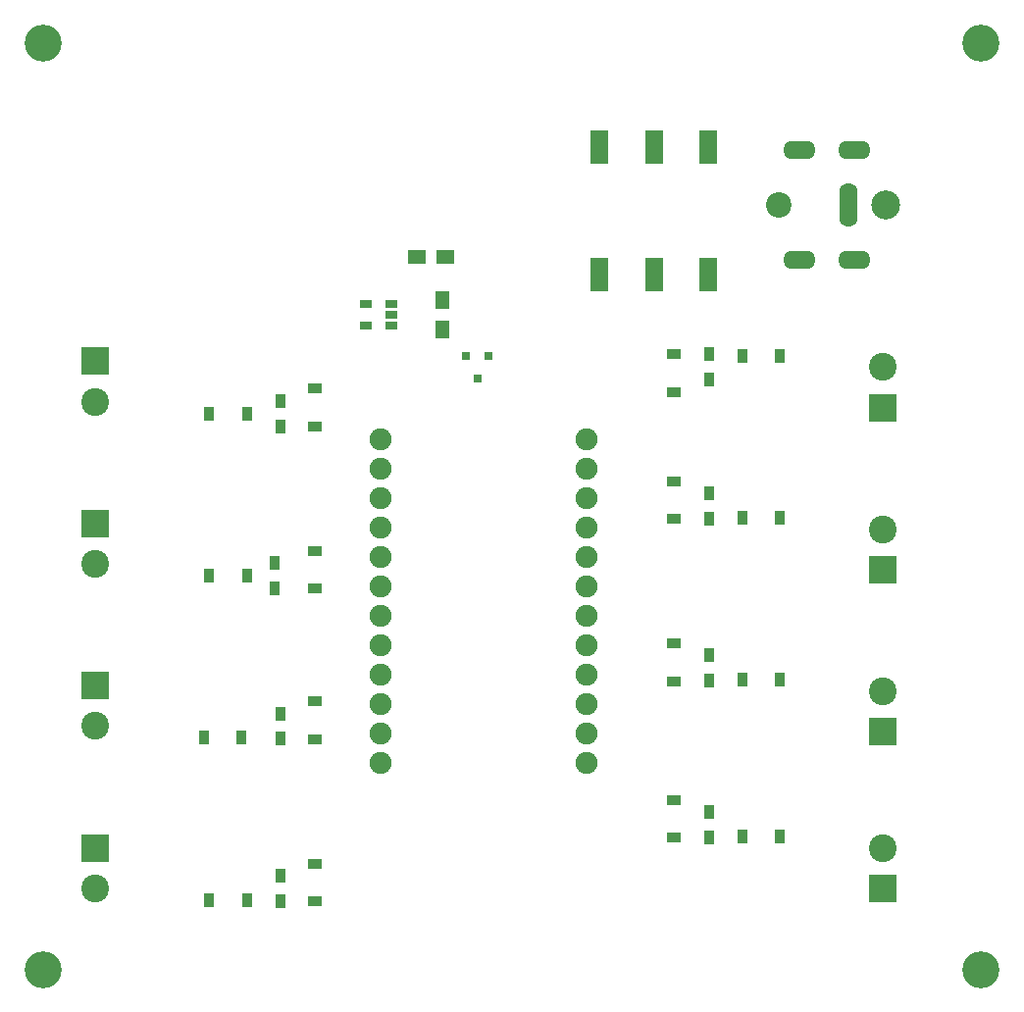
<source format=gbs>
G04 #@! TF.FileFunction,Soldermask,Bot*
%FSLAX46Y46*%
G04 Gerber Fmt 4.6, Leading zero omitted, Abs format (unit mm)*
G04 Created by KiCad (PCBNEW 4.0.1-stable) date 22-Mar-16 21:49:02*
%MOMM*%
G01*
G04 APERTURE LIST*
%ADD10C,0.100000*%
%ADD11C,2.400000*%
%ADD12R,2.400000X2.400000*%
%ADD13R,1.500000X1.250000*%
%ADD14R,1.250000X1.500000*%
%ADD15R,1.220000X0.910000*%
%ADD16R,0.910000X1.220000*%
%ADD17R,0.900000X1.200000*%
%ADD18R,1.600000X3.000000*%
%ADD19C,1.900000*%
%ADD20R,0.800100X0.800100*%
%ADD21O,2.800000X1.600000*%
%ADD22C,2.500000*%
%ADD23O,1.600000X3.800000*%
%ADD24C,2.200000*%
%ADD25R,1.060000X0.650000*%
%ADD26C,3.200000*%
G04 APERTURE END LIST*
D10*
D11*
X169000000Y-83000000D03*
D12*
X169000000Y-86500000D03*
D11*
X101000000Y-100000000D03*
D12*
X101000000Y-96500000D03*
D13*
X128750000Y-73500000D03*
X131250000Y-73500000D03*
D14*
X131000000Y-77250000D03*
X131000000Y-79750000D03*
D15*
X151000000Y-123635000D03*
X151000000Y-120365000D03*
D16*
X160135000Y-123500000D03*
X156865000Y-123500000D03*
D15*
X151000000Y-110135000D03*
X151000000Y-106865000D03*
D16*
X160135000Y-110000000D03*
X156865000Y-110000000D03*
D15*
X151000000Y-96135000D03*
X151000000Y-92865000D03*
D16*
X160135000Y-96000000D03*
X156865000Y-96000000D03*
D15*
X151000000Y-81865000D03*
X151000000Y-85135000D03*
D16*
X160135000Y-82000000D03*
X156865000Y-82000000D03*
D15*
X120000000Y-129135000D03*
X120000000Y-125865000D03*
D16*
X110865000Y-129000000D03*
X114135000Y-129000000D03*
D15*
X120000000Y-115135000D03*
X120000000Y-111865000D03*
D16*
X110365000Y-115000000D03*
X113635000Y-115000000D03*
D15*
X120000000Y-102135000D03*
X120000000Y-98865000D03*
D16*
X110865000Y-101000000D03*
X114135000Y-101000000D03*
D15*
X120000000Y-88135000D03*
X120000000Y-84865000D03*
D16*
X110865000Y-87000000D03*
X114135000Y-87000000D03*
D11*
X169000000Y-111000000D03*
D12*
X169000000Y-114500000D03*
D11*
X169000000Y-97000000D03*
D12*
X169000000Y-100500000D03*
D11*
X101000000Y-128000000D03*
D12*
X101000000Y-124500000D03*
D11*
X101000000Y-114000000D03*
D12*
X101000000Y-110500000D03*
D11*
X101000000Y-86000000D03*
D12*
X101000000Y-82500000D03*
D17*
X154000000Y-123600000D03*
X154000000Y-121400000D03*
X154000000Y-110100000D03*
X154000000Y-107900000D03*
X154000000Y-96100000D03*
X154000000Y-93900000D03*
X154000000Y-81900000D03*
X154000000Y-84100000D03*
X117000000Y-129100000D03*
X117000000Y-126900000D03*
X117000000Y-115100000D03*
X117000000Y-112900000D03*
X116500000Y-102100000D03*
X116500000Y-99900000D03*
X117000000Y-88100000D03*
X117000000Y-85900000D03*
D18*
X153950000Y-64000000D03*
X149250000Y-64000000D03*
X144550000Y-64000000D03*
X153950000Y-75000000D03*
X149250000Y-75000000D03*
X144550000Y-75000000D03*
D19*
X125610000Y-89260000D03*
X125610000Y-91800000D03*
X125610000Y-94340000D03*
X125610000Y-96880000D03*
X125610000Y-99420000D03*
X125610000Y-101960000D03*
X125610000Y-104500000D03*
X125610000Y-107040000D03*
X125610000Y-109580000D03*
X125610000Y-112120000D03*
X125610000Y-114660000D03*
X125610000Y-117200000D03*
X143390000Y-89260000D03*
X143390000Y-91800000D03*
X143390000Y-94340000D03*
X143390000Y-96880000D03*
X143390000Y-99420000D03*
X143390000Y-101960000D03*
X143390000Y-104500000D03*
X143390000Y-107040000D03*
X143390000Y-109580000D03*
X143390000Y-112120000D03*
X143390000Y-114660000D03*
X143390000Y-117200000D03*
D11*
X169000000Y-124500000D03*
D12*
X169000000Y-128000000D03*
D20*
X133050000Y-81999240D03*
X134950000Y-81999240D03*
X134000000Y-83998220D03*
D21*
X161800000Y-64250000D03*
X166500000Y-73750000D03*
X166500000Y-64250000D03*
D22*
X169250000Y-69000000D03*
D23*
X166000000Y-69000000D03*
D24*
X160000000Y-69000000D03*
D21*
X161800000Y-73750000D03*
D25*
X126600000Y-77550000D03*
X126600000Y-78500000D03*
X126600000Y-79450000D03*
X124400000Y-79450000D03*
X124400000Y-77550000D03*
D26*
X96500000Y-55000000D03*
X177500000Y-55000000D03*
X96500000Y-135000000D03*
X177500000Y-135000000D03*
M02*

</source>
